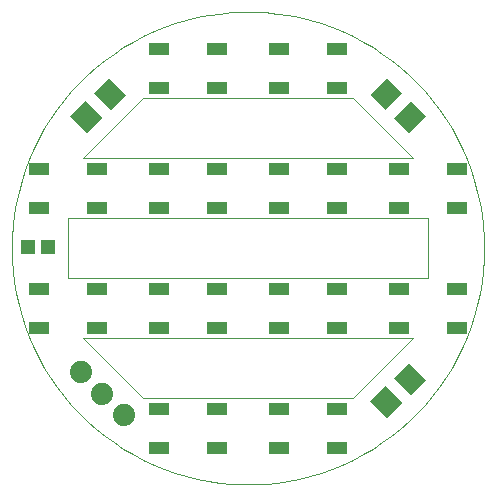
<source format=gts>
G75*
G70*
%OFA0B0*%
%FSLAX24Y24*%
%IPPOS*%
%LPD*%
%AMOC8*
5,1,8,0,0,1.08239X$1,22.5*
%
%ADD10C,0.0000*%
%ADD11R,0.0671X0.0434*%
%ADD12R,0.0474X0.0513*%
%ADD13R,0.0710X0.0789*%
%ADD14C,0.0740*%
D10*
X004664Y003164D02*
X002664Y005164D01*
X013664Y005164D01*
X011664Y003164D01*
X004664Y003164D01*
X002164Y007164D02*
X002164Y009164D01*
X014164Y009164D01*
X014164Y007164D01*
X002164Y007164D01*
X002664Y011164D02*
X004664Y013164D01*
X011664Y013164D01*
X013664Y011164D01*
X002664Y011164D01*
X000290Y008164D02*
X000299Y007784D01*
X000327Y007404D01*
X000373Y007026D01*
X000437Y006651D01*
X000519Y006280D01*
X000619Y005912D01*
X000736Y005551D01*
X000871Y005195D01*
X001023Y004846D01*
X001192Y004505D01*
X001377Y004172D01*
X001578Y003849D01*
X001794Y003536D01*
X002025Y003233D01*
X002270Y002943D01*
X002529Y002664D01*
X002802Y002398D01*
X003087Y002146D01*
X003383Y001907D01*
X003691Y001684D01*
X004009Y001475D01*
X004337Y001282D01*
X004674Y001106D01*
X005019Y000945D01*
X005372Y000802D01*
X005731Y000675D01*
X006095Y000567D01*
X006465Y000476D01*
X006838Y000402D01*
X007215Y000347D01*
X007594Y000311D01*
X007974Y000292D01*
X008354Y000292D01*
X008734Y000311D01*
X009113Y000347D01*
X009490Y000402D01*
X009863Y000476D01*
X010233Y000567D01*
X010597Y000675D01*
X010956Y000802D01*
X011309Y000945D01*
X011654Y001106D01*
X011991Y001282D01*
X012319Y001475D01*
X012637Y001684D01*
X012945Y001907D01*
X013241Y002146D01*
X013526Y002398D01*
X013799Y002664D01*
X014058Y002943D01*
X014303Y003233D01*
X014534Y003536D01*
X014750Y003849D01*
X014951Y004172D01*
X015136Y004505D01*
X015305Y004846D01*
X015457Y005195D01*
X015592Y005551D01*
X015709Y005912D01*
X015809Y006280D01*
X015891Y006651D01*
X015955Y007026D01*
X016001Y007404D01*
X016029Y007784D01*
X016038Y008164D01*
X016029Y008544D01*
X016001Y008924D01*
X015955Y009302D01*
X015891Y009677D01*
X015809Y010048D01*
X015709Y010416D01*
X015592Y010777D01*
X015457Y011133D01*
X015305Y011482D01*
X015136Y011823D01*
X014951Y012156D01*
X014750Y012479D01*
X014534Y012792D01*
X014303Y013095D01*
X014058Y013385D01*
X013799Y013664D01*
X013526Y013930D01*
X013241Y014182D01*
X012945Y014421D01*
X012637Y014644D01*
X012319Y014853D01*
X011991Y015046D01*
X011654Y015222D01*
X011309Y015383D01*
X010956Y015526D01*
X010597Y015653D01*
X010233Y015761D01*
X009863Y015852D01*
X009490Y015926D01*
X009113Y015981D01*
X008734Y016017D01*
X008354Y016036D01*
X007974Y016036D01*
X007594Y016017D01*
X007215Y015981D01*
X006838Y015926D01*
X006465Y015852D01*
X006095Y015761D01*
X005731Y015653D01*
X005372Y015526D01*
X005019Y015383D01*
X004674Y015222D01*
X004337Y015046D01*
X004009Y014853D01*
X003691Y014644D01*
X003383Y014421D01*
X003087Y014182D01*
X002802Y013930D01*
X002529Y013664D01*
X002270Y013385D01*
X002025Y013095D01*
X001794Y012792D01*
X001578Y012479D01*
X001377Y012156D01*
X001192Y011823D01*
X001023Y011482D01*
X000871Y011133D01*
X000736Y010777D01*
X000619Y010416D01*
X000519Y010048D01*
X000437Y009677D01*
X000373Y009302D01*
X000327Y008924D01*
X000299Y008544D01*
X000290Y008164D01*
D11*
X001199Y009514D03*
X001199Y010813D03*
X003128Y010813D03*
X003128Y009514D03*
X005199Y009514D03*
X005199Y010813D03*
X007128Y010813D03*
X007128Y009514D03*
X009199Y009514D03*
X009199Y010813D03*
X011128Y010813D03*
X011128Y009514D03*
X013199Y009514D03*
X013199Y010813D03*
X015128Y010813D03*
X015128Y009514D03*
X015128Y006813D03*
X015128Y005514D03*
X013199Y005514D03*
X013199Y006813D03*
X011128Y006813D03*
X011128Y005514D03*
X009199Y005514D03*
X009199Y006813D03*
X007128Y006813D03*
X007128Y005514D03*
X005199Y005514D03*
X005199Y006813D03*
X003128Y006813D03*
X003128Y005514D03*
X001199Y005514D03*
X001199Y006813D03*
X005199Y002813D03*
X005199Y001514D03*
X007128Y001514D03*
X007128Y002813D03*
X009199Y002813D03*
X009199Y001514D03*
X011128Y001514D03*
X011128Y002813D03*
X011128Y013514D03*
X011128Y014813D03*
X009199Y014813D03*
X009199Y013514D03*
X007128Y013514D03*
X007128Y014813D03*
X005199Y014813D03*
X005199Y013514D03*
D12*
X001498Y008207D03*
X000829Y008207D03*
D13*
G36*
X003303Y012497D02*
X002801Y011995D01*
X002245Y012551D01*
X002747Y013053D01*
X003303Y012497D01*
G37*
G36*
X004083Y013277D02*
X003581Y012775D01*
X003025Y013331D01*
X003527Y013833D01*
X004083Y013277D01*
G37*
G36*
X012747Y012775D02*
X012245Y013277D01*
X012801Y013833D01*
X013303Y013331D01*
X012747Y012775D01*
G37*
G36*
X013527Y011995D02*
X013025Y012497D01*
X013581Y013053D01*
X014083Y012551D01*
X013527Y011995D01*
G37*
G36*
X013025Y003831D02*
X013527Y004333D01*
X014083Y003777D01*
X013581Y003275D01*
X013025Y003831D01*
G37*
G36*
X012245Y003051D02*
X012747Y003553D01*
X013303Y002997D01*
X012801Y002495D01*
X012245Y003051D01*
G37*
D14*
X003310Y003310D03*
X004017Y002603D03*
X002603Y004017D03*
M02*

</source>
